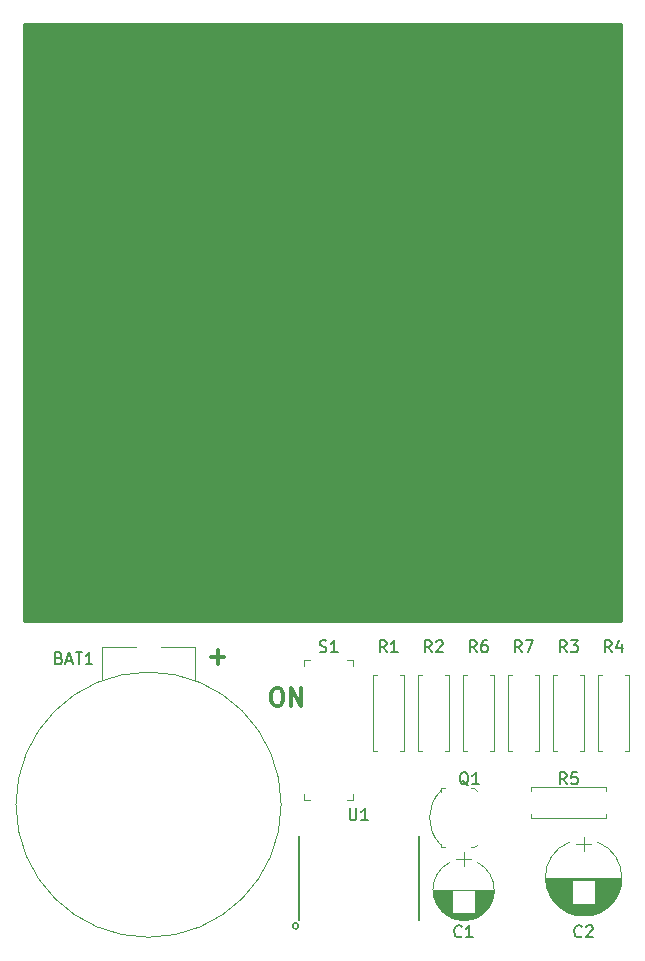
<source format=gto>
G04 #@! TF.FileFunction,Legend,Top*
%FSLAX46Y46*%
G04 Gerber Fmt 4.6, Leading zero omitted, Abs format (unit mm)*
G04 Created by KiCad (PCBNEW 4.0.7) date 06/28/18 08:28:43*
%MOMM*%
%LPD*%
G01*
G04 APERTURE LIST*
%ADD10C,0.100000*%
%ADD11C,0.300000*%
%ADD12C,0.120000*%
%ADD13C,0.203200*%
%ADD14C,0.150000*%
%ADD15C,0.254000*%
G04 APERTURE END LIST*
D10*
X163906200Y-117830600D02*
G75*
G02X163931600Y-113284000I2286000J2260600D01*
G01*
D11*
X149947428Y-104588571D02*
X150233142Y-104588571D01*
X150376000Y-104660000D01*
X150518857Y-104802857D01*
X150590285Y-105088571D01*
X150590285Y-105588571D01*
X150518857Y-105874286D01*
X150376000Y-106017143D01*
X150233142Y-106088571D01*
X149947428Y-106088571D01*
X149804571Y-106017143D01*
X149661714Y-105874286D01*
X149590285Y-105588571D01*
X149590285Y-105088571D01*
X149661714Y-104802857D01*
X149804571Y-104660000D01*
X149947428Y-104588571D01*
X151233143Y-106088571D02*
X151233143Y-104588571D01*
X152090286Y-106088571D01*
X152090286Y-104588571D01*
X144462572Y-101961143D02*
X145605429Y-101961143D01*
X145034000Y-102532571D02*
X145034000Y-101389714D01*
D12*
X146495392Y-71987665D02*
G75*
G03X146338484Y-75220000I1078608J-1672335D01*
G01*
X148652608Y-71987665D02*
G75*
G02X148809516Y-75220000I-1078608J-1672335D01*
G01*
X146494163Y-72618870D02*
G75*
G03X146494000Y-74700961I1079837J-1041130D01*
G01*
X148653837Y-72618870D02*
G75*
G02X148654000Y-74700961I-1079837J-1041130D01*
G01*
X146338000Y-75220000D02*
X146494000Y-75220000D01*
X148654000Y-75220000D02*
X148810000Y-75220000D01*
D13*
X151892000Y-124714000D02*
G75*
G03X151892000Y-124714000I-254000J0D01*
G01*
X162052000Y-117094000D02*
X162052000Y-124206000D01*
X151892000Y-117094000D02*
X151892000Y-124206000D01*
D12*
X167041723Y-123955722D02*
G75*
G03X167042000Y-119344420I-1179723J2305722D01*
G01*
X164682277Y-123955722D02*
G75*
G02X164682000Y-119344420I1179723J2305722D01*
G01*
X164682277Y-123955722D02*
G75*
G03X167042000Y-123955580I1179723J2305722D01*
G01*
X168412000Y-121650000D02*
X163312000Y-121650000D01*
X168412000Y-121690000D02*
X166842000Y-121690000D01*
X164882000Y-121690000D02*
X163312000Y-121690000D01*
X168411000Y-121730000D02*
X166842000Y-121730000D01*
X164882000Y-121730000D02*
X163313000Y-121730000D01*
X168410000Y-121770000D02*
X166842000Y-121770000D01*
X164882000Y-121770000D02*
X163314000Y-121770000D01*
X168408000Y-121810000D02*
X166842000Y-121810000D01*
X164882000Y-121810000D02*
X163316000Y-121810000D01*
X168405000Y-121850000D02*
X166842000Y-121850000D01*
X164882000Y-121850000D02*
X163319000Y-121850000D01*
X168401000Y-121890000D02*
X166842000Y-121890000D01*
X164882000Y-121890000D02*
X163323000Y-121890000D01*
X168397000Y-121930000D02*
X166842000Y-121930000D01*
X164882000Y-121930000D02*
X163327000Y-121930000D01*
X168393000Y-121970000D02*
X166842000Y-121970000D01*
X164882000Y-121970000D02*
X163331000Y-121970000D01*
X168387000Y-122010000D02*
X166842000Y-122010000D01*
X164882000Y-122010000D02*
X163337000Y-122010000D01*
X168381000Y-122050000D02*
X166842000Y-122050000D01*
X164882000Y-122050000D02*
X163343000Y-122050000D01*
X168375000Y-122090000D02*
X166842000Y-122090000D01*
X164882000Y-122090000D02*
X163349000Y-122090000D01*
X168368000Y-122130000D02*
X166842000Y-122130000D01*
X164882000Y-122130000D02*
X163356000Y-122130000D01*
X168360000Y-122170000D02*
X166842000Y-122170000D01*
X164882000Y-122170000D02*
X163364000Y-122170000D01*
X168351000Y-122210000D02*
X166842000Y-122210000D01*
X164882000Y-122210000D02*
X163373000Y-122210000D01*
X168342000Y-122250000D02*
X166842000Y-122250000D01*
X164882000Y-122250000D02*
X163382000Y-122250000D01*
X168332000Y-122290000D02*
X166842000Y-122290000D01*
X164882000Y-122290000D02*
X163392000Y-122290000D01*
X168322000Y-122330000D02*
X166842000Y-122330000D01*
X164882000Y-122330000D02*
X163402000Y-122330000D01*
X168310000Y-122371000D02*
X166842000Y-122371000D01*
X164882000Y-122371000D02*
X163414000Y-122371000D01*
X168298000Y-122411000D02*
X166842000Y-122411000D01*
X164882000Y-122411000D02*
X163426000Y-122411000D01*
X168286000Y-122451000D02*
X166842000Y-122451000D01*
X164882000Y-122451000D02*
X163438000Y-122451000D01*
X168272000Y-122491000D02*
X166842000Y-122491000D01*
X164882000Y-122491000D02*
X163452000Y-122491000D01*
X168258000Y-122531000D02*
X166842000Y-122531000D01*
X164882000Y-122531000D02*
X163466000Y-122531000D01*
X168244000Y-122571000D02*
X166842000Y-122571000D01*
X164882000Y-122571000D02*
X163480000Y-122571000D01*
X168228000Y-122611000D02*
X166842000Y-122611000D01*
X164882000Y-122611000D02*
X163496000Y-122611000D01*
X168212000Y-122651000D02*
X166842000Y-122651000D01*
X164882000Y-122651000D02*
X163512000Y-122651000D01*
X168195000Y-122691000D02*
X166842000Y-122691000D01*
X164882000Y-122691000D02*
X163529000Y-122691000D01*
X168177000Y-122731000D02*
X166842000Y-122731000D01*
X164882000Y-122731000D02*
X163547000Y-122731000D01*
X168158000Y-122771000D02*
X166842000Y-122771000D01*
X164882000Y-122771000D02*
X163566000Y-122771000D01*
X168138000Y-122811000D02*
X166842000Y-122811000D01*
X164882000Y-122811000D02*
X163586000Y-122811000D01*
X168118000Y-122851000D02*
X166842000Y-122851000D01*
X164882000Y-122851000D02*
X163606000Y-122851000D01*
X168096000Y-122891000D02*
X166842000Y-122891000D01*
X164882000Y-122891000D02*
X163628000Y-122891000D01*
X168074000Y-122931000D02*
X166842000Y-122931000D01*
X164882000Y-122931000D02*
X163650000Y-122931000D01*
X168051000Y-122971000D02*
X166842000Y-122971000D01*
X164882000Y-122971000D02*
X163673000Y-122971000D01*
X168027000Y-123011000D02*
X166842000Y-123011000D01*
X164882000Y-123011000D02*
X163697000Y-123011000D01*
X168002000Y-123051000D02*
X166842000Y-123051000D01*
X164882000Y-123051000D02*
X163722000Y-123051000D01*
X167975000Y-123091000D02*
X166842000Y-123091000D01*
X164882000Y-123091000D02*
X163749000Y-123091000D01*
X167948000Y-123131000D02*
X166842000Y-123131000D01*
X164882000Y-123131000D02*
X163776000Y-123131000D01*
X167920000Y-123171000D02*
X166842000Y-123171000D01*
X164882000Y-123171000D02*
X163804000Y-123171000D01*
X167890000Y-123211000D02*
X166842000Y-123211000D01*
X164882000Y-123211000D02*
X163834000Y-123211000D01*
X167859000Y-123251000D02*
X166842000Y-123251000D01*
X164882000Y-123251000D02*
X163865000Y-123251000D01*
X167827000Y-123291000D02*
X166842000Y-123291000D01*
X164882000Y-123291000D02*
X163897000Y-123291000D01*
X167794000Y-123331000D02*
X166842000Y-123331000D01*
X164882000Y-123331000D02*
X163930000Y-123331000D01*
X167759000Y-123371000D02*
X166842000Y-123371000D01*
X164882000Y-123371000D02*
X163965000Y-123371000D01*
X167723000Y-123411000D02*
X166842000Y-123411000D01*
X164882000Y-123411000D02*
X164001000Y-123411000D01*
X167685000Y-123451000D02*
X166842000Y-123451000D01*
X164882000Y-123451000D02*
X164039000Y-123451000D01*
X167645000Y-123491000D02*
X166842000Y-123491000D01*
X164882000Y-123491000D02*
X164079000Y-123491000D01*
X167604000Y-123531000D02*
X166842000Y-123531000D01*
X164882000Y-123531000D02*
X164120000Y-123531000D01*
X167561000Y-123571000D02*
X166842000Y-123571000D01*
X164882000Y-123571000D02*
X164163000Y-123571000D01*
X167516000Y-123611000D02*
X166842000Y-123611000D01*
X164882000Y-123611000D02*
X164208000Y-123611000D01*
X167468000Y-123651000D02*
X164256000Y-123651000D01*
X167418000Y-123691000D02*
X164306000Y-123691000D01*
X167366000Y-123731000D02*
X164358000Y-123731000D01*
X167310000Y-123771000D02*
X164414000Y-123771000D01*
X167252000Y-123811000D02*
X164472000Y-123811000D01*
X167189000Y-123851000D02*
X164535000Y-123851000D01*
X167123000Y-123891000D02*
X164601000Y-123891000D01*
X167051000Y-123931000D02*
X164673000Y-123931000D01*
X166974000Y-123971000D02*
X164750000Y-123971000D01*
X166890000Y-124011000D02*
X164834000Y-124011000D01*
X166796000Y-124051000D02*
X164928000Y-124051000D01*
X166691000Y-124091000D02*
X165033000Y-124091000D01*
X166569000Y-124131000D02*
X165155000Y-124131000D01*
X166421000Y-124171000D02*
X165303000Y-124171000D01*
X166216000Y-124211000D02*
X165508000Y-124211000D01*
X165862000Y-118450000D02*
X165862000Y-119650000D01*
X166512000Y-119050000D02*
X165212000Y-119050000D01*
X177201136Y-123647820D02*
G75*
G03X177202000Y-117612518I-1179136J3017820D01*
G01*
X174842864Y-123647820D02*
G75*
G02X174842000Y-117612518I1179136J3017820D01*
G01*
X174842864Y-123647820D02*
G75*
G03X177202000Y-123647482I1179136J3017820D01*
G01*
X179222000Y-120630000D02*
X172822000Y-120630000D01*
X179222000Y-120670000D02*
X172822000Y-120670000D01*
X179222000Y-120710000D02*
X172822000Y-120710000D01*
X179220000Y-120750000D02*
X172824000Y-120750000D01*
X179219000Y-120790000D02*
X172825000Y-120790000D01*
X179216000Y-120830000D02*
X172828000Y-120830000D01*
X179214000Y-120870000D02*
X172830000Y-120870000D01*
X179210000Y-120910000D02*
X177002000Y-120910000D01*
X175042000Y-120910000D02*
X172834000Y-120910000D01*
X179207000Y-120950000D02*
X177002000Y-120950000D01*
X175042000Y-120950000D02*
X172837000Y-120950000D01*
X179202000Y-120990000D02*
X177002000Y-120990000D01*
X175042000Y-120990000D02*
X172842000Y-120990000D01*
X179198000Y-121030000D02*
X177002000Y-121030000D01*
X175042000Y-121030000D02*
X172846000Y-121030000D01*
X179192000Y-121070000D02*
X177002000Y-121070000D01*
X175042000Y-121070000D02*
X172852000Y-121070000D01*
X179187000Y-121110000D02*
X177002000Y-121110000D01*
X175042000Y-121110000D02*
X172857000Y-121110000D01*
X179180000Y-121150000D02*
X177002000Y-121150000D01*
X175042000Y-121150000D02*
X172864000Y-121150000D01*
X179174000Y-121190000D02*
X177002000Y-121190000D01*
X175042000Y-121190000D02*
X172870000Y-121190000D01*
X179166000Y-121230000D02*
X177002000Y-121230000D01*
X175042000Y-121230000D02*
X172878000Y-121230000D01*
X179159000Y-121270000D02*
X177002000Y-121270000D01*
X175042000Y-121270000D02*
X172885000Y-121270000D01*
X179150000Y-121310000D02*
X177002000Y-121310000D01*
X175042000Y-121310000D02*
X172894000Y-121310000D01*
X179141000Y-121351000D02*
X177002000Y-121351000D01*
X175042000Y-121351000D02*
X172903000Y-121351000D01*
X179132000Y-121391000D02*
X177002000Y-121391000D01*
X175042000Y-121391000D02*
X172912000Y-121391000D01*
X179122000Y-121431000D02*
X177002000Y-121431000D01*
X175042000Y-121431000D02*
X172922000Y-121431000D01*
X179112000Y-121471000D02*
X177002000Y-121471000D01*
X175042000Y-121471000D02*
X172932000Y-121471000D01*
X179101000Y-121511000D02*
X177002000Y-121511000D01*
X175042000Y-121511000D02*
X172943000Y-121511000D01*
X179089000Y-121551000D02*
X177002000Y-121551000D01*
X175042000Y-121551000D02*
X172955000Y-121551000D01*
X179077000Y-121591000D02*
X177002000Y-121591000D01*
X175042000Y-121591000D02*
X172967000Y-121591000D01*
X179064000Y-121631000D02*
X177002000Y-121631000D01*
X175042000Y-121631000D02*
X172980000Y-121631000D01*
X179051000Y-121671000D02*
X177002000Y-121671000D01*
X175042000Y-121671000D02*
X172993000Y-121671000D01*
X179037000Y-121711000D02*
X177002000Y-121711000D01*
X175042000Y-121711000D02*
X173007000Y-121711000D01*
X179023000Y-121751000D02*
X177002000Y-121751000D01*
X175042000Y-121751000D02*
X173021000Y-121751000D01*
X179008000Y-121791000D02*
X177002000Y-121791000D01*
X175042000Y-121791000D02*
X173036000Y-121791000D01*
X178992000Y-121831000D02*
X177002000Y-121831000D01*
X175042000Y-121831000D02*
X173052000Y-121831000D01*
X178976000Y-121871000D02*
X177002000Y-121871000D01*
X175042000Y-121871000D02*
X173068000Y-121871000D01*
X178959000Y-121911000D02*
X177002000Y-121911000D01*
X175042000Y-121911000D02*
X173085000Y-121911000D01*
X178941000Y-121951000D02*
X177002000Y-121951000D01*
X175042000Y-121951000D02*
X173103000Y-121951000D01*
X178923000Y-121991000D02*
X177002000Y-121991000D01*
X175042000Y-121991000D02*
X173121000Y-121991000D01*
X178904000Y-122031000D02*
X177002000Y-122031000D01*
X175042000Y-122031000D02*
X173140000Y-122031000D01*
X178885000Y-122071000D02*
X177002000Y-122071000D01*
X175042000Y-122071000D02*
X173159000Y-122071000D01*
X178865000Y-122111000D02*
X177002000Y-122111000D01*
X175042000Y-122111000D02*
X173179000Y-122111000D01*
X178844000Y-122151000D02*
X177002000Y-122151000D01*
X175042000Y-122151000D02*
X173200000Y-122151000D01*
X178822000Y-122191000D02*
X177002000Y-122191000D01*
X175042000Y-122191000D02*
X173222000Y-122191000D01*
X178800000Y-122231000D02*
X177002000Y-122231000D01*
X175042000Y-122231000D02*
X173244000Y-122231000D01*
X178777000Y-122271000D02*
X177002000Y-122271000D01*
X175042000Y-122271000D02*
X173267000Y-122271000D01*
X178753000Y-122311000D02*
X177002000Y-122311000D01*
X175042000Y-122311000D02*
X173291000Y-122311000D01*
X178728000Y-122351000D02*
X177002000Y-122351000D01*
X175042000Y-122351000D02*
X173316000Y-122351000D01*
X178703000Y-122391000D02*
X177002000Y-122391000D01*
X175042000Y-122391000D02*
X173341000Y-122391000D01*
X178676000Y-122431000D02*
X177002000Y-122431000D01*
X175042000Y-122431000D02*
X173368000Y-122431000D01*
X178649000Y-122471000D02*
X177002000Y-122471000D01*
X175042000Y-122471000D02*
X173395000Y-122471000D01*
X178621000Y-122511000D02*
X177002000Y-122511000D01*
X175042000Y-122511000D02*
X173423000Y-122511000D01*
X178592000Y-122551000D02*
X177002000Y-122551000D01*
X175042000Y-122551000D02*
X173452000Y-122551000D01*
X178562000Y-122591000D02*
X177002000Y-122591000D01*
X175042000Y-122591000D02*
X173482000Y-122591000D01*
X178532000Y-122631000D02*
X177002000Y-122631000D01*
X175042000Y-122631000D02*
X173512000Y-122631000D01*
X178500000Y-122671000D02*
X177002000Y-122671000D01*
X175042000Y-122671000D02*
X173544000Y-122671000D01*
X178467000Y-122711000D02*
X177002000Y-122711000D01*
X175042000Y-122711000D02*
X173577000Y-122711000D01*
X178433000Y-122751000D02*
X177002000Y-122751000D01*
X175042000Y-122751000D02*
X173611000Y-122751000D01*
X178397000Y-122791000D02*
X177002000Y-122791000D01*
X175042000Y-122791000D02*
X173647000Y-122791000D01*
X178361000Y-122831000D02*
X177002000Y-122831000D01*
X175042000Y-122831000D02*
X173683000Y-122831000D01*
X178323000Y-122871000D02*
X173721000Y-122871000D01*
X178284000Y-122911000D02*
X173760000Y-122911000D01*
X178244000Y-122951000D02*
X173800000Y-122951000D01*
X178202000Y-122991000D02*
X173842000Y-122991000D01*
X178159000Y-123031000D02*
X173885000Y-123031000D01*
X178114000Y-123071000D02*
X173930000Y-123071000D01*
X178067000Y-123111000D02*
X173977000Y-123111000D01*
X178019000Y-123151000D02*
X174025000Y-123151000D01*
X177968000Y-123191000D02*
X174076000Y-123191000D01*
X177916000Y-123231000D02*
X174128000Y-123231000D01*
X177861000Y-123271000D02*
X174183000Y-123271000D01*
X177803000Y-123311000D02*
X174241000Y-123311000D01*
X177743000Y-123351000D02*
X174301000Y-123351000D01*
X177680000Y-123391000D02*
X174364000Y-123391000D01*
X177613000Y-123431000D02*
X174431000Y-123431000D01*
X177542000Y-123471000D02*
X174502000Y-123471000D01*
X177467000Y-123511000D02*
X174577000Y-123511000D01*
X177386000Y-123551000D02*
X174658000Y-123551000D01*
X177300000Y-123591000D02*
X174744000Y-123591000D01*
X177206000Y-123631000D02*
X174838000Y-123631000D01*
X177103000Y-123671000D02*
X174941000Y-123671000D01*
X176988000Y-123711000D02*
X175056000Y-123711000D01*
X176856000Y-123751000D02*
X175188000Y-123751000D01*
X176698000Y-123791000D02*
X175346000Y-123791000D01*
X176490000Y-123831000D02*
X175554000Y-123831000D01*
X176022000Y-117180000D02*
X176022000Y-118380000D01*
X176672000Y-117780000D02*
X175372000Y-117780000D01*
X159195392Y-71987665D02*
G75*
G03X159038484Y-75220000I1078608J-1672335D01*
G01*
X161352608Y-71987665D02*
G75*
G02X161509516Y-75220000I-1078608J-1672335D01*
G01*
X159194163Y-72618870D02*
G75*
G03X159194000Y-74700961I1079837J-1041130D01*
G01*
X161353837Y-72618870D02*
G75*
G02X161354000Y-74700961I-1079837J-1041130D01*
G01*
X159038000Y-75220000D02*
X159194000Y-75220000D01*
X161354000Y-75220000D02*
X161510000Y-75220000D01*
D10*
X166762000Y-118070000D02*
X166962000Y-117870000D01*
X166462000Y-118070000D02*
X166762000Y-118070000D01*
X166462000Y-113070000D02*
X166762000Y-113070000D01*
X166762000Y-113070000D02*
X166962000Y-113270000D01*
X163962000Y-113070000D02*
X164262000Y-113070000D01*
X163962000Y-113070000D02*
X163962000Y-113370000D01*
X163962000Y-117770000D02*
X163962000Y-118070000D01*
X163962000Y-118070000D02*
X164262000Y-118070000D01*
D12*
X160492000Y-103470000D02*
X160822000Y-103470000D01*
X160822000Y-103470000D02*
X160822000Y-109890000D01*
X160822000Y-109890000D02*
X160492000Y-109890000D01*
X158532000Y-103470000D02*
X158202000Y-103470000D01*
X158202000Y-103470000D02*
X158202000Y-109890000D01*
X158202000Y-109890000D02*
X158532000Y-109890000D01*
X162342000Y-109890000D02*
X162012000Y-109890000D01*
X162012000Y-109890000D02*
X162012000Y-103470000D01*
X162012000Y-103470000D02*
X162342000Y-103470000D01*
X164302000Y-109890000D02*
X164632000Y-109890000D01*
X164632000Y-109890000D02*
X164632000Y-103470000D01*
X164632000Y-103470000D02*
X164302000Y-103470000D01*
X173772000Y-109890000D02*
X173442000Y-109890000D01*
X173442000Y-109890000D02*
X173442000Y-103470000D01*
X173442000Y-103470000D02*
X173772000Y-103470000D01*
X175732000Y-109890000D02*
X176062000Y-109890000D01*
X176062000Y-109890000D02*
X176062000Y-103470000D01*
X176062000Y-103470000D02*
X175732000Y-103470000D01*
X179542000Y-103470000D02*
X179872000Y-103470000D01*
X179872000Y-103470000D02*
X179872000Y-109890000D01*
X179872000Y-109890000D02*
X179542000Y-109890000D01*
X177582000Y-103470000D02*
X177252000Y-103470000D01*
X177252000Y-103470000D02*
X177252000Y-109890000D01*
X177252000Y-109890000D02*
X177582000Y-109890000D01*
X171542000Y-113320000D02*
X171542000Y-112990000D01*
X171542000Y-112990000D02*
X177962000Y-112990000D01*
X177962000Y-112990000D02*
X177962000Y-113320000D01*
X171542000Y-115280000D02*
X171542000Y-115610000D01*
X171542000Y-115610000D02*
X177962000Y-115610000D01*
X177962000Y-115610000D02*
X177962000Y-115280000D01*
X166152000Y-109890000D02*
X165822000Y-109890000D01*
X165822000Y-109890000D02*
X165822000Y-103470000D01*
X165822000Y-103470000D02*
X166152000Y-103470000D01*
X168112000Y-109890000D02*
X168442000Y-109890000D01*
X168442000Y-109890000D02*
X168442000Y-103470000D01*
X168442000Y-103470000D02*
X168112000Y-103470000D01*
X169962000Y-109890000D02*
X169632000Y-109890000D01*
X169632000Y-109890000D02*
X169632000Y-103470000D01*
X169632000Y-103470000D02*
X169962000Y-103470000D01*
X171922000Y-109890000D02*
X172252000Y-109890000D01*
X172252000Y-109890000D02*
X172252000Y-103470000D01*
X172252000Y-103470000D02*
X171922000Y-103470000D01*
D10*
X143103600Y-101142800D02*
X140258800Y-101142800D01*
X135280400Y-101142800D02*
X138125200Y-101142800D01*
X143103600Y-103886000D02*
X143103600Y-101142800D01*
X135280400Y-103886000D02*
X135280400Y-101142800D01*
X150418800Y-114452400D02*
G75*
G03X150418800Y-114452400I-11226800J0D01*
G01*
X156532000Y-102190000D02*
X156532000Y-102690000D01*
X156532000Y-102190000D02*
X156032000Y-102190000D01*
X156532000Y-114090000D02*
X156532000Y-113590000D01*
X156532000Y-114090000D02*
X156032000Y-114090000D01*
X152332000Y-114090000D02*
X152332000Y-113590000D01*
X152332000Y-114090000D02*
X152832000Y-114090000D01*
X152332000Y-102190000D02*
X152832000Y-102190000D01*
X152332000Y-102190000D02*
X152332000Y-102690000D01*
D14*
X146835905Y-70810381D02*
X146835905Y-69810381D01*
X147074000Y-69810381D01*
X147216858Y-69858000D01*
X147312096Y-69953238D01*
X147359715Y-70048476D01*
X147407334Y-70238952D01*
X147407334Y-70381810D01*
X147359715Y-70572286D01*
X147312096Y-70667524D01*
X147216858Y-70762762D01*
X147074000Y-70810381D01*
X146835905Y-70810381D01*
X148359715Y-70810381D02*
X147788286Y-70810381D01*
X148074000Y-70810381D02*
X148074000Y-69810381D01*
X147978762Y-69953238D01*
X147883524Y-70048476D01*
X147788286Y-70096095D01*
X156210095Y-114768381D02*
X156210095Y-115577905D01*
X156257714Y-115673143D01*
X156305333Y-115720762D01*
X156400571Y-115768381D01*
X156591048Y-115768381D01*
X156686286Y-115720762D01*
X156733905Y-115673143D01*
X156781524Y-115577905D01*
X156781524Y-114768381D01*
X157781524Y-115768381D02*
X157210095Y-115768381D01*
X157495809Y-115768381D02*
X157495809Y-114768381D01*
X157400571Y-114911238D01*
X157305333Y-115006476D01*
X157210095Y-115054095D01*
X165695334Y-125579143D02*
X165647715Y-125626762D01*
X165504858Y-125674381D01*
X165409620Y-125674381D01*
X165266762Y-125626762D01*
X165171524Y-125531524D01*
X165123905Y-125436286D01*
X165076286Y-125245810D01*
X165076286Y-125102952D01*
X165123905Y-124912476D01*
X165171524Y-124817238D01*
X165266762Y-124722000D01*
X165409620Y-124674381D01*
X165504858Y-124674381D01*
X165647715Y-124722000D01*
X165695334Y-124769619D01*
X166647715Y-125674381D02*
X166076286Y-125674381D01*
X166362000Y-125674381D02*
X166362000Y-124674381D01*
X166266762Y-124817238D01*
X166171524Y-124912476D01*
X166076286Y-124960095D01*
X175855334Y-125579143D02*
X175807715Y-125626762D01*
X175664858Y-125674381D01*
X175569620Y-125674381D01*
X175426762Y-125626762D01*
X175331524Y-125531524D01*
X175283905Y-125436286D01*
X175236286Y-125245810D01*
X175236286Y-125102952D01*
X175283905Y-124912476D01*
X175331524Y-124817238D01*
X175426762Y-124722000D01*
X175569620Y-124674381D01*
X175664858Y-124674381D01*
X175807715Y-124722000D01*
X175855334Y-124769619D01*
X176236286Y-124769619D02*
X176283905Y-124722000D01*
X176379143Y-124674381D01*
X176617239Y-124674381D01*
X176712477Y-124722000D01*
X176760096Y-124769619D01*
X176807715Y-124864857D01*
X176807715Y-124960095D01*
X176760096Y-125102952D01*
X176188667Y-125674381D01*
X176807715Y-125674381D01*
X159535905Y-70810381D02*
X159535905Y-69810381D01*
X159774000Y-69810381D01*
X159916858Y-69858000D01*
X160012096Y-69953238D01*
X160059715Y-70048476D01*
X160107334Y-70238952D01*
X160107334Y-70381810D01*
X160059715Y-70572286D01*
X160012096Y-70667524D01*
X159916858Y-70762762D01*
X159774000Y-70810381D01*
X159535905Y-70810381D01*
X160488286Y-69905619D02*
X160535905Y-69858000D01*
X160631143Y-69810381D01*
X160869239Y-69810381D01*
X160964477Y-69858000D01*
X161012096Y-69905619D01*
X161059715Y-70000857D01*
X161059715Y-70096095D01*
X161012096Y-70238952D01*
X160440667Y-70810381D01*
X161059715Y-70810381D01*
X166274762Y-112815619D02*
X166179524Y-112768000D01*
X166084286Y-112672762D01*
X165941429Y-112529905D01*
X165846190Y-112482286D01*
X165750952Y-112482286D01*
X165798571Y-112720381D02*
X165703333Y-112672762D01*
X165608095Y-112577524D01*
X165560476Y-112387048D01*
X165560476Y-112053714D01*
X165608095Y-111863238D01*
X165703333Y-111768000D01*
X165798571Y-111720381D01*
X165989048Y-111720381D01*
X166084286Y-111768000D01*
X166179524Y-111863238D01*
X166227143Y-112053714D01*
X166227143Y-112387048D01*
X166179524Y-112577524D01*
X166084286Y-112672762D01*
X165989048Y-112720381D01*
X165798571Y-112720381D01*
X167179524Y-112720381D02*
X166608095Y-112720381D01*
X166893809Y-112720381D02*
X166893809Y-111720381D01*
X166798571Y-111863238D01*
X166703333Y-111958476D01*
X166608095Y-112006095D01*
X159345334Y-101544381D02*
X159012000Y-101068190D01*
X158773905Y-101544381D02*
X158773905Y-100544381D01*
X159154858Y-100544381D01*
X159250096Y-100592000D01*
X159297715Y-100639619D01*
X159345334Y-100734857D01*
X159345334Y-100877714D01*
X159297715Y-100972952D01*
X159250096Y-101020571D01*
X159154858Y-101068190D01*
X158773905Y-101068190D01*
X160297715Y-101544381D02*
X159726286Y-101544381D01*
X160012000Y-101544381D02*
X160012000Y-100544381D01*
X159916762Y-100687238D01*
X159821524Y-100782476D01*
X159726286Y-100830095D01*
X163155334Y-101544381D02*
X162822000Y-101068190D01*
X162583905Y-101544381D02*
X162583905Y-100544381D01*
X162964858Y-100544381D01*
X163060096Y-100592000D01*
X163107715Y-100639619D01*
X163155334Y-100734857D01*
X163155334Y-100877714D01*
X163107715Y-100972952D01*
X163060096Y-101020571D01*
X162964858Y-101068190D01*
X162583905Y-101068190D01*
X163536286Y-100639619D02*
X163583905Y-100592000D01*
X163679143Y-100544381D01*
X163917239Y-100544381D01*
X164012477Y-100592000D01*
X164060096Y-100639619D01*
X164107715Y-100734857D01*
X164107715Y-100830095D01*
X164060096Y-100972952D01*
X163488667Y-101544381D01*
X164107715Y-101544381D01*
X174585334Y-101544381D02*
X174252000Y-101068190D01*
X174013905Y-101544381D02*
X174013905Y-100544381D01*
X174394858Y-100544381D01*
X174490096Y-100592000D01*
X174537715Y-100639619D01*
X174585334Y-100734857D01*
X174585334Y-100877714D01*
X174537715Y-100972952D01*
X174490096Y-101020571D01*
X174394858Y-101068190D01*
X174013905Y-101068190D01*
X174918667Y-100544381D02*
X175537715Y-100544381D01*
X175204381Y-100925333D01*
X175347239Y-100925333D01*
X175442477Y-100972952D01*
X175490096Y-101020571D01*
X175537715Y-101115810D01*
X175537715Y-101353905D01*
X175490096Y-101449143D01*
X175442477Y-101496762D01*
X175347239Y-101544381D01*
X175061524Y-101544381D01*
X174966286Y-101496762D01*
X174918667Y-101449143D01*
X178395334Y-101544381D02*
X178062000Y-101068190D01*
X177823905Y-101544381D02*
X177823905Y-100544381D01*
X178204858Y-100544381D01*
X178300096Y-100592000D01*
X178347715Y-100639619D01*
X178395334Y-100734857D01*
X178395334Y-100877714D01*
X178347715Y-100972952D01*
X178300096Y-101020571D01*
X178204858Y-101068190D01*
X177823905Y-101068190D01*
X179252477Y-100877714D02*
X179252477Y-101544381D01*
X179014381Y-100496762D02*
X178776286Y-101211048D01*
X179395334Y-101211048D01*
X174585334Y-112720381D02*
X174252000Y-112244190D01*
X174013905Y-112720381D02*
X174013905Y-111720381D01*
X174394858Y-111720381D01*
X174490096Y-111768000D01*
X174537715Y-111815619D01*
X174585334Y-111910857D01*
X174585334Y-112053714D01*
X174537715Y-112148952D01*
X174490096Y-112196571D01*
X174394858Y-112244190D01*
X174013905Y-112244190D01*
X175490096Y-111720381D02*
X175013905Y-111720381D01*
X174966286Y-112196571D01*
X175013905Y-112148952D01*
X175109143Y-112101333D01*
X175347239Y-112101333D01*
X175442477Y-112148952D01*
X175490096Y-112196571D01*
X175537715Y-112291810D01*
X175537715Y-112529905D01*
X175490096Y-112625143D01*
X175442477Y-112672762D01*
X175347239Y-112720381D01*
X175109143Y-112720381D01*
X175013905Y-112672762D01*
X174966286Y-112625143D01*
X166965334Y-101544381D02*
X166632000Y-101068190D01*
X166393905Y-101544381D02*
X166393905Y-100544381D01*
X166774858Y-100544381D01*
X166870096Y-100592000D01*
X166917715Y-100639619D01*
X166965334Y-100734857D01*
X166965334Y-100877714D01*
X166917715Y-100972952D01*
X166870096Y-101020571D01*
X166774858Y-101068190D01*
X166393905Y-101068190D01*
X167822477Y-100544381D02*
X167632000Y-100544381D01*
X167536762Y-100592000D01*
X167489143Y-100639619D01*
X167393905Y-100782476D01*
X167346286Y-100972952D01*
X167346286Y-101353905D01*
X167393905Y-101449143D01*
X167441524Y-101496762D01*
X167536762Y-101544381D01*
X167727239Y-101544381D01*
X167822477Y-101496762D01*
X167870096Y-101449143D01*
X167917715Y-101353905D01*
X167917715Y-101115810D01*
X167870096Y-101020571D01*
X167822477Y-100972952D01*
X167727239Y-100925333D01*
X167536762Y-100925333D01*
X167441524Y-100972952D01*
X167393905Y-101020571D01*
X167346286Y-101115810D01*
X170775334Y-101544381D02*
X170442000Y-101068190D01*
X170203905Y-101544381D02*
X170203905Y-100544381D01*
X170584858Y-100544381D01*
X170680096Y-100592000D01*
X170727715Y-100639619D01*
X170775334Y-100734857D01*
X170775334Y-100877714D01*
X170727715Y-100972952D01*
X170680096Y-101020571D01*
X170584858Y-101068190D01*
X170203905Y-101068190D01*
X171108667Y-100544381D02*
X171775334Y-100544381D01*
X171346762Y-101544381D01*
X131627715Y-102036571D02*
X131770572Y-102084190D01*
X131818191Y-102131810D01*
X131865810Y-102227048D01*
X131865810Y-102369905D01*
X131818191Y-102465143D01*
X131770572Y-102512762D01*
X131675334Y-102560381D01*
X131294381Y-102560381D01*
X131294381Y-101560381D01*
X131627715Y-101560381D01*
X131722953Y-101608000D01*
X131770572Y-101655619D01*
X131818191Y-101750857D01*
X131818191Y-101846095D01*
X131770572Y-101941333D01*
X131722953Y-101988952D01*
X131627715Y-102036571D01*
X131294381Y-102036571D01*
X132246762Y-102274667D02*
X132722953Y-102274667D01*
X132151524Y-102560381D02*
X132484857Y-101560381D01*
X132818191Y-102560381D01*
X133008667Y-101560381D02*
X133580096Y-101560381D01*
X133294381Y-102560381D02*
X133294381Y-101560381D01*
X134437239Y-102560381D02*
X133865810Y-102560381D01*
X134151524Y-102560381D02*
X134151524Y-101560381D01*
X134056286Y-101703238D01*
X133961048Y-101798476D01*
X133865810Y-101846095D01*
X153670095Y-101496762D02*
X153812952Y-101544381D01*
X154051048Y-101544381D01*
X154146286Y-101496762D01*
X154193905Y-101449143D01*
X154241524Y-101353905D01*
X154241524Y-101258667D01*
X154193905Y-101163429D01*
X154146286Y-101115810D01*
X154051048Y-101068190D01*
X153860571Y-101020571D01*
X153765333Y-100972952D01*
X153717714Y-100925333D01*
X153670095Y-100830095D01*
X153670095Y-100734857D01*
X153717714Y-100639619D01*
X153765333Y-100592000D01*
X153860571Y-100544381D01*
X154098667Y-100544381D01*
X154241524Y-100592000D01*
X155193905Y-101544381D02*
X154622476Y-101544381D01*
X154908190Y-101544381D02*
X154908190Y-100544381D01*
X154812952Y-100687238D01*
X154717714Y-100782476D01*
X154622476Y-100830095D01*
D15*
G36*
X179197000Y-98933000D02*
X128651000Y-98933000D01*
X128651000Y-48387000D01*
X179197000Y-48387000D01*
X179197000Y-98933000D01*
X179197000Y-98933000D01*
G37*
X179197000Y-98933000D02*
X128651000Y-98933000D01*
X128651000Y-48387000D01*
X179197000Y-48387000D01*
X179197000Y-98933000D01*
M02*

</source>
